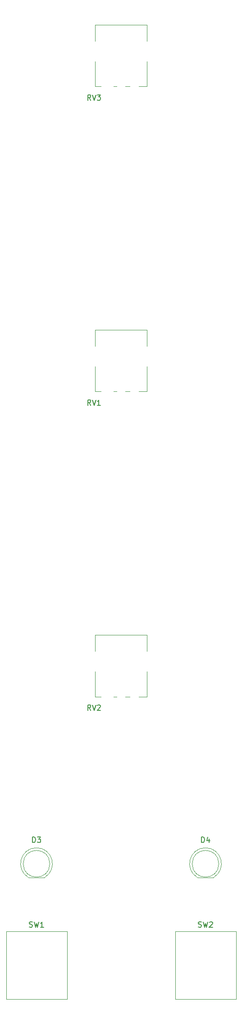
<source format=gto>
G04 #@! TF.GenerationSoftware,KiCad,Pcbnew,6.0.5+dfsg-1~bpo11+1*
G04 #@! TF.CreationDate,2022-08-16T14:51:45+00:00*
G04 #@! TF.ProjectId,compressor_distortion,636f6d70-7265-4737-936f-725f64697374,0*
G04 #@! TF.SameCoordinates,Original*
G04 #@! TF.FileFunction,Legend,Top*
G04 #@! TF.FilePolarity,Positive*
%FSLAX46Y46*%
G04 Gerber Fmt 4.6, Leading zero omitted, Abs format (unit mm)*
G04 Created by KiCad (PCBNEW 6.0.5+dfsg-1~bpo11+1) date 2022-08-16 14:51:45*
%MOMM*%
%LPD*%
G01*
G04 APERTURE LIST*
%ADD10C,0.150000*%
%ADD11C,0.120000*%
%ADD12C,2.500000*%
%ADD13O,2.720000X3.240000*%
%ADD14R,1.800000X1.800000*%
%ADD15C,1.800000*%
%ADD16C,2.000000*%
%ADD17R,1.600000X1.600000*%
%ADD18C,1.600000*%
%ADD19R,1.500000X1.500000*%
%ADD20C,1.500000*%
%ADD21O,2.190000X1.740000*%
%ADD22C,1.700000*%
%ADD23O,1.600000X1.600000*%
%ADD24C,1.440000*%
G04 APERTURE END LIST*
D10*
X123761666Y-215034761D02*
X123904523Y-215082380D01*
X124142619Y-215082380D01*
X124237857Y-215034761D01*
X124285476Y-214987142D01*
X124333095Y-214891904D01*
X124333095Y-214796666D01*
X124285476Y-214701428D01*
X124237857Y-214653809D01*
X124142619Y-214606190D01*
X123952142Y-214558571D01*
X123856904Y-214510952D01*
X123809285Y-214463333D01*
X123761666Y-214368095D01*
X123761666Y-214272857D01*
X123809285Y-214177619D01*
X123856904Y-214130000D01*
X123952142Y-214082380D01*
X124190238Y-214082380D01*
X124333095Y-214130000D01*
X124666428Y-214082380D02*
X124904523Y-215082380D01*
X125095000Y-214368095D01*
X125285476Y-215082380D01*
X125523571Y-214082380D01*
X125856904Y-214177619D02*
X125904523Y-214130000D01*
X125999761Y-214082380D01*
X126237857Y-214082380D01*
X126333095Y-214130000D01*
X126380714Y-214177619D01*
X126428333Y-214272857D01*
X126428333Y-214368095D01*
X126380714Y-214510952D01*
X125809285Y-215082380D01*
X126428333Y-215082380D01*
X103544761Y-174442380D02*
X103211428Y-173966190D01*
X102973333Y-174442380D02*
X102973333Y-173442380D01*
X103354285Y-173442380D01*
X103449523Y-173490000D01*
X103497142Y-173537619D01*
X103544761Y-173632857D01*
X103544761Y-173775714D01*
X103497142Y-173870952D01*
X103449523Y-173918571D01*
X103354285Y-173966190D01*
X102973333Y-173966190D01*
X103830476Y-173442380D02*
X104163809Y-174442380D01*
X104497142Y-173442380D01*
X104782857Y-173537619D02*
X104830476Y-173490000D01*
X104925714Y-173442380D01*
X105163809Y-173442380D01*
X105259047Y-173490000D01*
X105306666Y-173537619D01*
X105354285Y-173632857D01*
X105354285Y-173728095D01*
X105306666Y-173870952D01*
X104735238Y-174442380D01*
X105354285Y-174442380D01*
X103544761Y-117292380D02*
X103211428Y-116816190D01*
X102973333Y-117292380D02*
X102973333Y-116292380D01*
X103354285Y-116292380D01*
X103449523Y-116340000D01*
X103497142Y-116387619D01*
X103544761Y-116482857D01*
X103544761Y-116625714D01*
X103497142Y-116720952D01*
X103449523Y-116768571D01*
X103354285Y-116816190D01*
X102973333Y-116816190D01*
X103830476Y-116292380D02*
X104163809Y-117292380D01*
X104497142Y-116292380D01*
X105354285Y-117292380D02*
X104782857Y-117292380D01*
X105068571Y-117292380D02*
X105068571Y-116292380D01*
X104973333Y-116435238D01*
X104878095Y-116530476D01*
X104782857Y-116578095D01*
X92011666Y-215034761D02*
X92154523Y-215082380D01*
X92392619Y-215082380D01*
X92487857Y-215034761D01*
X92535476Y-214987142D01*
X92583095Y-214891904D01*
X92583095Y-214796666D01*
X92535476Y-214701428D01*
X92487857Y-214653809D01*
X92392619Y-214606190D01*
X92202142Y-214558571D01*
X92106904Y-214510952D01*
X92059285Y-214463333D01*
X92011666Y-214368095D01*
X92011666Y-214272857D01*
X92059285Y-214177619D01*
X92106904Y-214130000D01*
X92202142Y-214082380D01*
X92440238Y-214082380D01*
X92583095Y-214130000D01*
X92916428Y-214082380D02*
X93154523Y-215082380D01*
X93345000Y-214368095D01*
X93535476Y-215082380D01*
X93773571Y-214082380D01*
X94678333Y-215082380D02*
X94106904Y-215082380D01*
X94392619Y-215082380D02*
X94392619Y-214082380D01*
X94297380Y-214225238D01*
X94202142Y-214320476D01*
X94106904Y-214368095D01*
X103544761Y-60142380D02*
X103211428Y-59666190D01*
X102973333Y-60142380D02*
X102973333Y-59142380D01*
X103354285Y-59142380D01*
X103449523Y-59190000D01*
X103497142Y-59237619D01*
X103544761Y-59332857D01*
X103544761Y-59475714D01*
X103497142Y-59570952D01*
X103449523Y-59618571D01*
X103354285Y-59666190D01*
X102973333Y-59666190D01*
X103830476Y-59142380D02*
X104163809Y-60142380D01*
X104497142Y-59142380D01*
X104735238Y-59142380D02*
X105354285Y-59142380D01*
X105020952Y-59523333D01*
X105163809Y-59523333D01*
X105259047Y-59570952D01*
X105306666Y-59618571D01*
X105354285Y-59713809D01*
X105354285Y-59951904D01*
X105306666Y-60047142D01*
X105259047Y-60094761D01*
X105163809Y-60142380D01*
X104878095Y-60142380D01*
X104782857Y-60094761D01*
X104735238Y-60047142D01*
X124356904Y-199207380D02*
X124356904Y-198207380D01*
X124595000Y-198207380D01*
X124737857Y-198255000D01*
X124833095Y-198350238D01*
X124880714Y-198445476D01*
X124928333Y-198635952D01*
X124928333Y-198778809D01*
X124880714Y-198969285D01*
X124833095Y-199064523D01*
X124737857Y-199159761D01*
X124595000Y-199207380D01*
X124356904Y-199207380D01*
X125785476Y-198540714D02*
X125785476Y-199207380D01*
X125547380Y-198159761D02*
X125309285Y-198874047D01*
X125928333Y-198874047D01*
X92606904Y-199207380D02*
X92606904Y-198207380D01*
X92845000Y-198207380D01*
X92987857Y-198255000D01*
X93083095Y-198350238D01*
X93130714Y-198445476D01*
X93178333Y-198635952D01*
X93178333Y-198778809D01*
X93130714Y-198969285D01*
X93083095Y-199064523D01*
X92987857Y-199159761D01*
X92845000Y-199207380D01*
X92606904Y-199207380D01*
X93511666Y-198207380D02*
X94130714Y-198207380D01*
X93797380Y-198588333D01*
X93940238Y-198588333D01*
X94035476Y-198635952D01*
X94083095Y-198683571D01*
X94130714Y-198778809D01*
X94130714Y-199016904D01*
X94083095Y-199112142D01*
X94035476Y-199159761D01*
X93940238Y-199207380D01*
X93654523Y-199207380D01*
X93559285Y-199159761D01*
X93511666Y-199112142D01*
D11*
X130810000Y-215900000D02*
X130810000Y-228600000D01*
X119380000Y-215900000D02*
X130810000Y-215900000D01*
X119380000Y-228600000D02*
X119380000Y-215900000D01*
X130810000Y-228600000D02*
X119380000Y-228600000D01*
X114050000Y-160330000D02*
X104310000Y-160330000D01*
X108390000Y-171920000D02*
X107860000Y-171920000D01*
X104310000Y-163390000D02*
X104310000Y-160330000D01*
X105490000Y-171920000D02*
X104310000Y-171920000D01*
X110840000Y-171920000D02*
X110010000Y-171920000D01*
X114050000Y-171920000D02*
X114050000Y-167200000D01*
X114050000Y-163390000D02*
X114050000Y-160330000D01*
X114050000Y-171920000D02*
X112560000Y-171920000D01*
X104310000Y-171920000D02*
X104310000Y-167200000D01*
X114050000Y-114730000D02*
X112560000Y-114730000D01*
X114050000Y-103140000D02*
X104310000Y-103140000D01*
X104310000Y-114730000D02*
X104310000Y-110010000D01*
X105490000Y-114730000D02*
X104310000Y-114730000D01*
X114050000Y-106200000D02*
X114050000Y-103140000D01*
X108390000Y-114730000D02*
X107860000Y-114730000D01*
X110840000Y-114730000D02*
X110010000Y-114730000D01*
X114050000Y-114730000D02*
X114050000Y-110010000D01*
X104310000Y-106200000D02*
X104310000Y-103140000D01*
X99060000Y-215900000D02*
X99060000Y-228600000D01*
X87630000Y-215900000D02*
X99060000Y-215900000D01*
X99060000Y-228600000D02*
X87630000Y-228600000D01*
X87630000Y-228600000D02*
X87630000Y-215900000D01*
X104310000Y-57580000D02*
X104310000Y-52860000D01*
X114050000Y-45990000D02*
X104310000Y-45990000D01*
X114050000Y-57580000D02*
X114050000Y-52860000D01*
X105490000Y-57580000D02*
X104310000Y-57580000D01*
X110840000Y-57580000D02*
X110010000Y-57580000D01*
X104310000Y-49050000D02*
X104310000Y-45990000D01*
X108390000Y-57580000D02*
X107860000Y-57580000D01*
X114050000Y-49050000D02*
X114050000Y-45990000D01*
X114050000Y-57580000D02*
X112560000Y-57580000D01*
X123550000Y-205765000D02*
X126640000Y-205765000D01*
X125095462Y-200215000D02*
G75*
G03*
X123550170Y-205765000I-462J-2990000D01*
G01*
X126639830Y-205765000D02*
G75*
G03*
X125094538Y-200215000I-1544830J2560000D01*
G01*
X127595000Y-203205000D02*
G75*
G03*
X127595000Y-203205000I-2500000J0D01*
G01*
X91800000Y-205765000D02*
X94890000Y-205765000D01*
X94889830Y-205765000D02*
G75*
G03*
X93344538Y-200215000I-1544830J2560000D01*
G01*
X93345462Y-200215000D02*
G75*
G03*
X91800170Y-205765000I-462J-2990000D01*
G01*
X95845000Y-203205000D02*
G75*
G03*
X95845000Y-203205000I-2500000J0D01*
G01*
%LPC*%
D12*
X127510000Y-217550000D03*
X127510000Y-222250000D03*
X127510000Y-226950000D03*
X122680000Y-217550000D03*
X122680000Y-222250000D03*
X122680000Y-226950000D03*
D13*
X104430000Y-165300000D03*
X113930000Y-165300000D03*
D14*
X106680000Y-172800000D03*
D15*
X109180000Y-172800000D03*
X111680000Y-172800000D03*
X106680000Y-175300000D03*
X109180000Y-175300000D03*
X111680000Y-175300000D03*
D13*
X104430000Y-108110000D03*
X113930000Y-108110000D03*
D14*
X106680000Y-115610000D03*
D15*
X109180000Y-115610000D03*
X111680000Y-115610000D03*
X106680000Y-118110000D03*
X109180000Y-118110000D03*
X111680000Y-118110000D03*
D12*
X95760000Y-217550000D03*
X95760000Y-222250000D03*
X95760000Y-226950000D03*
X90930000Y-217550000D03*
X90930000Y-222250000D03*
X90930000Y-226950000D03*
D13*
X113930000Y-50960000D03*
X104430000Y-50960000D03*
D14*
X106680000Y-58460000D03*
D15*
X109180000Y-58460000D03*
X111680000Y-58460000D03*
X106680000Y-60960000D03*
X109180000Y-60960000D03*
X111680000Y-60960000D03*
D14*
X125095000Y-204475000D03*
D15*
X125095000Y-201935000D03*
D14*
X93345000Y-204475000D03*
D15*
X93345000Y-201935000D03*
D16*
X91338400Y-172770800D03*
D17*
X118276380Y-145868000D03*
D18*
X115776380Y-145868000D03*
X131064000Y-140828000D03*
X131064000Y-145828000D03*
D19*
X104648000Y-144344000D03*
D20*
X102108000Y-141804000D03*
X99568000Y-144344000D03*
D18*
X101774000Y-91440000D03*
X96774000Y-91440000D03*
G36*
G01*
X129115000Y-125965000D02*
X127425000Y-125965000D01*
G75*
G02*
X127175000Y-125715000I0J250000D01*
G01*
X127175000Y-124475000D01*
G75*
G02*
X127425000Y-124225000I250000J0D01*
G01*
X129115000Y-124225000D01*
G75*
G02*
X129365000Y-124475000I0J-250000D01*
G01*
X129365000Y-125715000D01*
G75*
G02*
X129115000Y-125965000I-250000J0D01*
G01*
G37*
D21*
X128270000Y-122555000D03*
X128270000Y-120015000D03*
X128270000Y-117475000D03*
D18*
X114380000Y-188722000D03*
X119380000Y-188722000D03*
D17*
X114212380Y-210185000D03*
D18*
X111712380Y-210185000D03*
X128016000Y-154606000D03*
X128016000Y-149606000D03*
D17*
X90384000Y-95758000D03*
D18*
X87884000Y-95758000D03*
X116586000Y-85344000D03*
X121586000Y-85344000D03*
G36*
G01*
X114900000Y-223735000D02*
X113700000Y-223735000D01*
G75*
G02*
X113450000Y-223485000I0J250000D01*
G01*
X113450000Y-222285000D01*
G75*
G02*
X113700000Y-222035000I250000J0D01*
G01*
X114900000Y-222035000D01*
G75*
G02*
X115150000Y-222285000I0J-250000D01*
G01*
X115150000Y-223485000D01*
G75*
G02*
X114900000Y-223735000I-250000J0D01*
G01*
G37*
D22*
X114300000Y-220345000D03*
X111760000Y-222885000D03*
X111760000Y-220345000D03*
X109220000Y-222885000D03*
X109220000Y-220345000D03*
X106680000Y-222885000D03*
X106680000Y-220345000D03*
X104140000Y-222885000D03*
X104140000Y-220345000D03*
D18*
X96774000Y-97536000D03*
X101774000Y-97536000D03*
D17*
X112990000Y-81788000D03*
D23*
X112990000Y-84328000D03*
X112990000Y-86868000D03*
X112990000Y-89408000D03*
X112990000Y-91948000D03*
X112990000Y-94488000D03*
X112990000Y-97028000D03*
X112990000Y-99568000D03*
X105370000Y-99568000D03*
X105370000Y-97028000D03*
X105370000Y-94488000D03*
X105370000Y-91948000D03*
X105370000Y-89408000D03*
X105370000Y-86868000D03*
X105370000Y-84328000D03*
X105370000Y-81788000D03*
D18*
X104648000Y-149606000D03*
X104648000Y-154606000D03*
X108204000Y-140788000D03*
X108204000Y-145788000D03*
X114380000Y-196342000D03*
X119380000Y-196342000D03*
X114380000Y-181102000D03*
X119380000Y-181102000D03*
G36*
G01*
X129115000Y-192005000D02*
X127425000Y-192005000D01*
G75*
G02*
X127175000Y-191755000I0J250000D01*
G01*
X127175000Y-190515000D01*
G75*
G02*
X127425000Y-190265000I250000J0D01*
G01*
X129115000Y-190265000D01*
G75*
G02*
X129365000Y-190515000I0J-250000D01*
G01*
X129365000Y-191755000D01*
G75*
G02*
X129115000Y-192005000I-250000J0D01*
G01*
G37*
D21*
X128270000Y-188595000D03*
X128270000Y-186055000D03*
X128270000Y-183515000D03*
X128270000Y-180975000D03*
X128270000Y-178435000D03*
X128270000Y-175895000D03*
D18*
X101774000Y-85344000D03*
X96774000Y-85344000D03*
D16*
X91363800Y-162763200D03*
D24*
X117856000Y-153234000D03*
X120396000Y-153234000D03*
X122936000Y-153234000D03*
D18*
X121586000Y-103632000D03*
X116586000Y-103632000D03*
D17*
X116332000Y-76454000D03*
D18*
X113832000Y-76454000D03*
X116586000Y-91440000D03*
X121586000Y-91440000D03*
D17*
X95504000Y-146384000D03*
D18*
X93004000Y-146384000D03*
X96774000Y-103632000D03*
X101774000Y-103632000D03*
D16*
X102870000Y-121285000D03*
D19*
X109220000Y-136144000D03*
D20*
X106680000Y-133604000D03*
X104140000Y-136144000D03*
D18*
X114380000Y-172974000D03*
X119380000Y-172974000D03*
D19*
X127508000Y-136224000D03*
D20*
X124968000Y-133684000D03*
X122428000Y-136224000D03*
D19*
X127508000Y-144352000D03*
D20*
X124968000Y-141812000D03*
X122428000Y-144352000D03*
G36*
G01*
X88055000Y-119780000D02*
X89745000Y-119780000D01*
G75*
G02*
X89995000Y-120030000I0J-250000D01*
G01*
X89995000Y-121270000D01*
G75*
G02*
X89745000Y-121520000I-250000J0D01*
G01*
X88055000Y-121520000D01*
G75*
G02*
X87805000Y-121270000I0J250000D01*
G01*
X87805000Y-120030000D01*
G75*
G02*
X88055000Y-119780000I250000J0D01*
G01*
G37*
D21*
X88900000Y-123190000D03*
X88900000Y-125730000D03*
X88900000Y-128270000D03*
X88900000Y-130810000D03*
X88900000Y-133350000D03*
X88900000Y-135890000D03*
X88900000Y-138430000D03*
D17*
X106592380Y-210820000D03*
D18*
X104092380Y-210820000D03*
D17*
X130428380Y-95758000D03*
D18*
X127928380Y-95758000D03*
X121586000Y-97536000D03*
X116586000Y-97536000D03*
D17*
X104140000Y-76454000D03*
D18*
X101640000Y-76454000D03*
D24*
X94996000Y-153234000D03*
X97536000Y-153234000D03*
X100076000Y-153234000D03*
D16*
X115570000Y-121285000D03*
M02*

</source>
